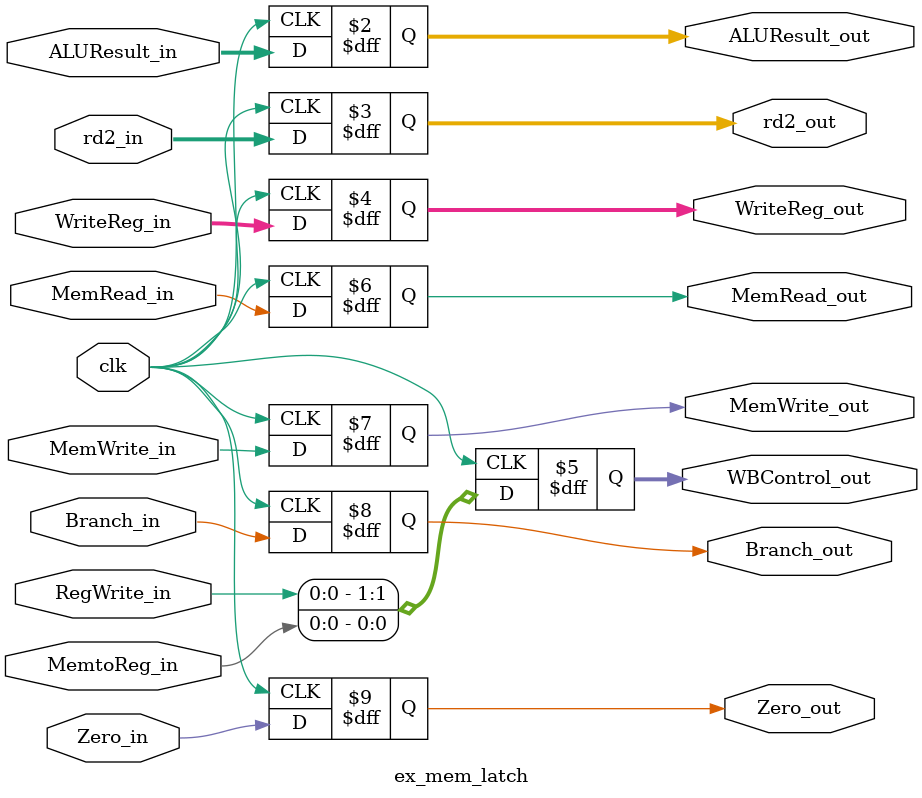
<source format=v>
module ex_mem_latch(
    input        clk,
    input [31:0] ALUResult_in,
    input [31:0] rd2_in,
    input [4:0]  WriteReg_in,
    input        RegWrite_in,
    input        MemtoReg_in,
    input        MemRead_in,
    input        MemWrite_in,
    input        Branch_in,
    input        Zero_in,

    output reg [31:0] ALUResult_out,
    output reg [31:0] rd2_out,
    output reg [4:0]  WriteReg_out,
    output reg [1:0]  WBControl_out, // {RegWrite, MemtoReg}
    output reg        MemRead_out,
    output reg        MemWrite_out,
    output reg        Branch_out,
    output reg        Zero_out
);
    always @(posedge clk) begin
        ALUResult_out <= ALUResult_in;
        rd2_out       <= rd2_in;
        WriteReg_out  <= WriteReg_in;
        WBControl_out <= {RegWrite_in, MemtoReg_in};
        MemRead_out   <= MemRead_in;
        MemWrite_out  <= MemWrite_in;
        Branch_out    <= Branch_in;
        Zero_out      <= Zero_in;
    end
endmodule
</source>
